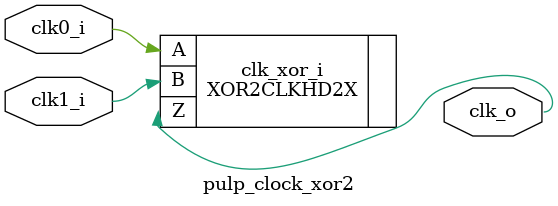
<source format=sv>
module pulp_clock_xor2
  (
   input  logic clk0_i,
   input  logic clk1_i,
   output logic clk_o
   );

`ifndef HVT_only
   XOR2CLKHD2X clk_xor_i
     (
		  .Z(clk_o),
		  .A(clk0_i),
		  .B(clk1_i)
		  );
`else
   XOR2CLKHD2XHT clk_xor_i
     (
		  .Z(clk_o),
		  .A(clk0_i),
		  .B(clk1_i)
		  );
`endif
   
endmodule

</source>
